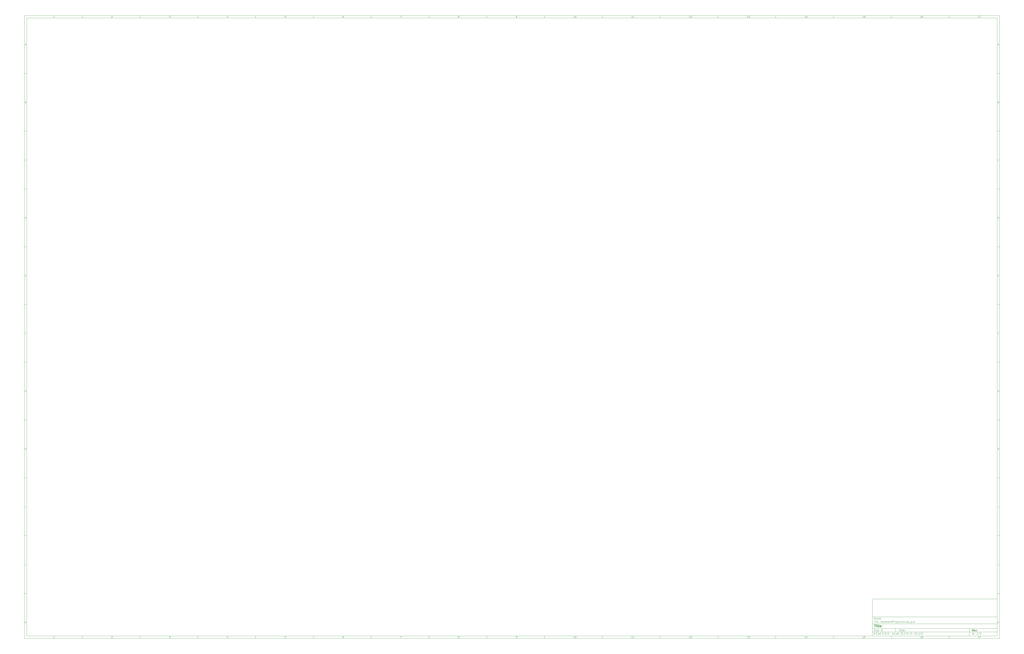
<source format=gbo>
G04 #@! TF.GenerationSoftware,KiCad,Pcbnew,(5.1.5-0-10_14)*
G04 #@! TF.CreationDate,2020-03-20T22:46:17-04:00*
G04 #@! TF.ProjectId,KeyboardProject,4b657962-6f61-4726-9450-726f6a656374,rev?*
G04 #@! TF.SameCoordinates,Original*
G04 #@! TF.FileFunction,Legend,Bot*
G04 #@! TF.FilePolarity,Positive*
%FSLAX46Y46*%
G04 Gerber Fmt 4.6, Leading zero omitted, Abs format (unit mm)*
G04 Created by KiCad (PCBNEW (5.1.5-0-10_14)) date 2020-03-20 22:46:17*
%MOMM*%
%LPD*%
G04 APERTURE LIST*
%ADD10C,0.100000*%
%ADD11C,0.150000*%
%ADD12C,0.300000*%
%ADD13C,0.400000*%
G04 APERTURE END LIST*
D10*
D11*
X743600000Y-514800000D02*
X743600000Y-546800000D01*
X851600000Y-546800000D01*
X851600000Y-514800000D01*
X743600000Y-514800000D01*
D10*
D11*
X10000000Y-10000000D02*
X10000000Y-548800000D01*
X853600000Y-548800000D01*
X853600000Y-10000000D01*
X10000000Y-10000000D01*
D10*
D11*
X12000000Y-12000000D02*
X12000000Y-546800000D01*
X851600000Y-546800000D01*
X851600000Y-12000000D01*
X12000000Y-12000000D01*
D10*
D11*
X60000000Y-12000000D02*
X60000000Y-10000000D01*
D10*
D11*
X110000000Y-12000000D02*
X110000000Y-10000000D01*
D10*
D11*
X160000000Y-12000000D02*
X160000000Y-10000000D01*
D10*
D11*
X210000000Y-12000000D02*
X210000000Y-10000000D01*
D10*
D11*
X260000000Y-12000000D02*
X260000000Y-10000000D01*
D10*
D11*
X310000000Y-12000000D02*
X310000000Y-10000000D01*
D10*
D11*
X360000000Y-12000000D02*
X360000000Y-10000000D01*
D10*
D11*
X410000000Y-12000000D02*
X410000000Y-10000000D01*
D10*
D11*
X460000000Y-12000000D02*
X460000000Y-10000000D01*
D10*
D11*
X510000000Y-12000000D02*
X510000000Y-10000000D01*
D10*
D11*
X560000000Y-12000000D02*
X560000000Y-10000000D01*
D10*
D11*
X610000000Y-12000000D02*
X610000000Y-10000000D01*
D10*
D11*
X660000000Y-12000000D02*
X660000000Y-10000000D01*
D10*
D11*
X710000000Y-12000000D02*
X710000000Y-10000000D01*
D10*
D11*
X760000000Y-12000000D02*
X760000000Y-10000000D01*
D10*
D11*
X810000000Y-12000000D02*
X810000000Y-10000000D01*
D10*
D11*
X36065476Y-11588095D02*
X35322619Y-11588095D01*
X35694047Y-11588095D02*
X35694047Y-10288095D01*
X35570238Y-10473809D01*
X35446428Y-10597619D01*
X35322619Y-10659523D01*
D10*
D11*
X85322619Y-10411904D02*
X85384523Y-10350000D01*
X85508333Y-10288095D01*
X85817857Y-10288095D01*
X85941666Y-10350000D01*
X86003571Y-10411904D01*
X86065476Y-10535714D01*
X86065476Y-10659523D01*
X86003571Y-10845238D01*
X85260714Y-11588095D01*
X86065476Y-11588095D01*
D10*
D11*
X135260714Y-10288095D02*
X136065476Y-10288095D01*
X135632142Y-10783333D01*
X135817857Y-10783333D01*
X135941666Y-10845238D01*
X136003571Y-10907142D01*
X136065476Y-11030952D01*
X136065476Y-11340476D01*
X136003571Y-11464285D01*
X135941666Y-11526190D01*
X135817857Y-11588095D01*
X135446428Y-11588095D01*
X135322619Y-11526190D01*
X135260714Y-11464285D01*
D10*
D11*
X185941666Y-10721428D02*
X185941666Y-11588095D01*
X185632142Y-10226190D02*
X185322619Y-11154761D01*
X186127380Y-11154761D01*
D10*
D11*
X236003571Y-10288095D02*
X235384523Y-10288095D01*
X235322619Y-10907142D01*
X235384523Y-10845238D01*
X235508333Y-10783333D01*
X235817857Y-10783333D01*
X235941666Y-10845238D01*
X236003571Y-10907142D01*
X236065476Y-11030952D01*
X236065476Y-11340476D01*
X236003571Y-11464285D01*
X235941666Y-11526190D01*
X235817857Y-11588095D01*
X235508333Y-11588095D01*
X235384523Y-11526190D01*
X235322619Y-11464285D01*
D10*
D11*
X285941666Y-10288095D02*
X285694047Y-10288095D01*
X285570238Y-10350000D01*
X285508333Y-10411904D01*
X285384523Y-10597619D01*
X285322619Y-10845238D01*
X285322619Y-11340476D01*
X285384523Y-11464285D01*
X285446428Y-11526190D01*
X285570238Y-11588095D01*
X285817857Y-11588095D01*
X285941666Y-11526190D01*
X286003571Y-11464285D01*
X286065476Y-11340476D01*
X286065476Y-11030952D01*
X286003571Y-10907142D01*
X285941666Y-10845238D01*
X285817857Y-10783333D01*
X285570238Y-10783333D01*
X285446428Y-10845238D01*
X285384523Y-10907142D01*
X285322619Y-11030952D01*
D10*
D11*
X335260714Y-10288095D02*
X336127380Y-10288095D01*
X335570238Y-11588095D01*
D10*
D11*
X385570238Y-10845238D02*
X385446428Y-10783333D01*
X385384523Y-10721428D01*
X385322619Y-10597619D01*
X385322619Y-10535714D01*
X385384523Y-10411904D01*
X385446428Y-10350000D01*
X385570238Y-10288095D01*
X385817857Y-10288095D01*
X385941666Y-10350000D01*
X386003571Y-10411904D01*
X386065476Y-10535714D01*
X386065476Y-10597619D01*
X386003571Y-10721428D01*
X385941666Y-10783333D01*
X385817857Y-10845238D01*
X385570238Y-10845238D01*
X385446428Y-10907142D01*
X385384523Y-10969047D01*
X385322619Y-11092857D01*
X385322619Y-11340476D01*
X385384523Y-11464285D01*
X385446428Y-11526190D01*
X385570238Y-11588095D01*
X385817857Y-11588095D01*
X385941666Y-11526190D01*
X386003571Y-11464285D01*
X386065476Y-11340476D01*
X386065476Y-11092857D01*
X386003571Y-10969047D01*
X385941666Y-10907142D01*
X385817857Y-10845238D01*
D10*
D11*
X435446428Y-11588095D02*
X435694047Y-11588095D01*
X435817857Y-11526190D01*
X435879761Y-11464285D01*
X436003571Y-11278571D01*
X436065476Y-11030952D01*
X436065476Y-10535714D01*
X436003571Y-10411904D01*
X435941666Y-10350000D01*
X435817857Y-10288095D01*
X435570238Y-10288095D01*
X435446428Y-10350000D01*
X435384523Y-10411904D01*
X435322619Y-10535714D01*
X435322619Y-10845238D01*
X435384523Y-10969047D01*
X435446428Y-11030952D01*
X435570238Y-11092857D01*
X435817857Y-11092857D01*
X435941666Y-11030952D01*
X436003571Y-10969047D01*
X436065476Y-10845238D01*
D10*
D11*
X486065476Y-11588095D02*
X485322619Y-11588095D01*
X485694047Y-11588095D02*
X485694047Y-10288095D01*
X485570238Y-10473809D01*
X485446428Y-10597619D01*
X485322619Y-10659523D01*
X486870238Y-10288095D02*
X486994047Y-10288095D01*
X487117857Y-10350000D01*
X487179761Y-10411904D01*
X487241666Y-10535714D01*
X487303571Y-10783333D01*
X487303571Y-11092857D01*
X487241666Y-11340476D01*
X487179761Y-11464285D01*
X487117857Y-11526190D01*
X486994047Y-11588095D01*
X486870238Y-11588095D01*
X486746428Y-11526190D01*
X486684523Y-11464285D01*
X486622619Y-11340476D01*
X486560714Y-11092857D01*
X486560714Y-10783333D01*
X486622619Y-10535714D01*
X486684523Y-10411904D01*
X486746428Y-10350000D01*
X486870238Y-10288095D01*
D10*
D11*
X536065476Y-11588095D02*
X535322619Y-11588095D01*
X535694047Y-11588095D02*
X535694047Y-10288095D01*
X535570238Y-10473809D01*
X535446428Y-10597619D01*
X535322619Y-10659523D01*
X537303571Y-11588095D02*
X536560714Y-11588095D01*
X536932142Y-11588095D02*
X536932142Y-10288095D01*
X536808333Y-10473809D01*
X536684523Y-10597619D01*
X536560714Y-10659523D01*
D10*
D11*
X586065476Y-11588095D02*
X585322619Y-11588095D01*
X585694047Y-11588095D02*
X585694047Y-10288095D01*
X585570238Y-10473809D01*
X585446428Y-10597619D01*
X585322619Y-10659523D01*
X586560714Y-10411904D02*
X586622619Y-10350000D01*
X586746428Y-10288095D01*
X587055952Y-10288095D01*
X587179761Y-10350000D01*
X587241666Y-10411904D01*
X587303571Y-10535714D01*
X587303571Y-10659523D01*
X587241666Y-10845238D01*
X586498809Y-11588095D01*
X587303571Y-11588095D01*
D10*
D11*
X636065476Y-11588095D02*
X635322619Y-11588095D01*
X635694047Y-11588095D02*
X635694047Y-10288095D01*
X635570238Y-10473809D01*
X635446428Y-10597619D01*
X635322619Y-10659523D01*
X636498809Y-10288095D02*
X637303571Y-10288095D01*
X636870238Y-10783333D01*
X637055952Y-10783333D01*
X637179761Y-10845238D01*
X637241666Y-10907142D01*
X637303571Y-11030952D01*
X637303571Y-11340476D01*
X637241666Y-11464285D01*
X637179761Y-11526190D01*
X637055952Y-11588095D01*
X636684523Y-11588095D01*
X636560714Y-11526190D01*
X636498809Y-11464285D01*
D10*
D11*
X686065476Y-11588095D02*
X685322619Y-11588095D01*
X685694047Y-11588095D02*
X685694047Y-10288095D01*
X685570238Y-10473809D01*
X685446428Y-10597619D01*
X685322619Y-10659523D01*
X687179761Y-10721428D02*
X687179761Y-11588095D01*
X686870238Y-10226190D02*
X686560714Y-11154761D01*
X687365476Y-11154761D01*
D10*
D11*
X736065476Y-11588095D02*
X735322619Y-11588095D01*
X735694047Y-11588095D02*
X735694047Y-10288095D01*
X735570238Y-10473809D01*
X735446428Y-10597619D01*
X735322619Y-10659523D01*
X737241666Y-10288095D02*
X736622619Y-10288095D01*
X736560714Y-10907142D01*
X736622619Y-10845238D01*
X736746428Y-10783333D01*
X737055952Y-10783333D01*
X737179761Y-10845238D01*
X737241666Y-10907142D01*
X737303571Y-11030952D01*
X737303571Y-11340476D01*
X737241666Y-11464285D01*
X737179761Y-11526190D01*
X737055952Y-11588095D01*
X736746428Y-11588095D01*
X736622619Y-11526190D01*
X736560714Y-11464285D01*
D10*
D11*
X786065476Y-11588095D02*
X785322619Y-11588095D01*
X785694047Y-11588095D02*
X785694047Y-10288095D01*
X785570238Y-10473809D01*
X785446428Y-10597619D01*
X785322619Y-10659523D01*
X787179761Y-10288095D02*
X786932142Y-10288095D01*
X786808333Y-10350000D01*
X786746428Y-10411904D01*
X786622619Y-10597619D01*
X786560714Y-10845238D01*
X786560714Y-11340476D01*
X786622619Y-11464285D01*
X786684523Y-11526190D01*
X786808333Y-11588095D01*
X787055952Y-11588095D01*
X787179761Y-11526190D01*
X787241666Y-11464285D01*
X787303571Y-11340476D01*
X787303571Y-11030952D01*
X787241666Y-10907142D01*
X787179761Y-10845238D01*
X787055952Y-10783333D01*
X786808333Y-10783333D01*
X786684523Y-10845238D01*
X786622619Y-10907142D01*
X786560714Y-11030952D01*
D10*
D11*
X836065476Y-11588095D02*
X835322619Y-11588095D01*
X835694047Y-11588095D02*
X835694047Y-10288095D01*
X835570238Y-10473809D01*
X835446428Y-10597619D01*
X835322619Y-10659523D01*
X836498809Y-10288095D02*
X837365476Y-10288095D01*
X836808333Y-11588095D01*
D10*
D11*
X60000000Y-546800000D02*
X60000000Y-548800000D01*
D10*
D11*
X110000000Y-546800000D02*
X110000000Y-548800000D01*
D10*
D11*
X160000000Y-546800000D02*
X160000000Y-548800000D01*
D10*
D11*
X210000000Y-546800000D02*
X210000000Y-548800000D01*
D10*
D11*
X260000000Y-546800000D02*
X260000000Y-548800000D01*
D10*
D11*
X310000000Y-546800000D02*
X310000000Y-548800000D01*
D10*
D11*
X360000000Y-546800000D02*
X360000000Y-548800000D01*
D10*
D11*
X410000000Y-546800000D02*
X410000000Y-548800000D01*
D10*
D11*
X460000000Y-546800000D02*
X460000000Y-548800000D01*
D10*
D11*
X510000000Y-546800000D02*
X510000000Y-548800000D01*
D10*
D11*
X560000000Y-546800000D02*
X560000000Y-548800000D01*
D10*
D11*
X610000000Y-546800000D02*
X610000000Y-548800000D01*
D10*
D11*
X660000000Y-546800000D02*
X660000000Y-548800000D01*
D10*
D11*
X710000000Y-546800000D02*
X710000000Y-548800000D01*
D10*
D11*
X760000000Y-546800000D02*
X760000000Y-548800000D01*
D10*
D11*
X810000000Y-546800000D02*
X810000000Y-548800000D01*
D10*
D11*
X36065476Y-548388095D02*
X35322619Y-548388095D01*
X35694047Y-548388095D02*
X35694047Y-547088095D01*
X35570238Y-547273809D01*
X35446428Y-547397619D01*
X35322619Y-547459523D01*
D10*
D11*
X85322619Y-547211904D02*
X85384523Y-547150000D01*
X85508333Y-547088095D01*
X85817857Y-547088095D01*
X85941666Y-547150000D01*
X86003571Y-547211904D01*
X86065476Y-547335714D01*
X86065476Y-547459523D01*
X86003571Y-547645238D01*
X85260714Y-548388095D01*
X86065476Y-548388095D01*
D10*
D11*
X135260714Y-547088095D02*
X136065476Y-547088095D01*
X135632142Y-547583333D01*
X135817857Y-547583333D01*
X135941666Y-547645238D01*
X136003571Y-547707142D01*
X136065476Y-547830952D01*
X136065476Y-548140476D01*
X136003571Y-548264285D01*
X135941666Y-548326190D01*
X135817857Y-548388095D01*
X135446428Y-548388095D01*
X135322619Y-548326190D01*
X135260714Y-548264285D01*
D10*
D11*
X185941666Y-547521428D02*
X185941666Y-548388095D01*
X185632142Y-547026190D02*
X185322619Y-547954761D01*
X186127380Y-547954761D01*
D10*
D11*
X236003571Y-547088095D02*
X235384523Y-547088095D01*
X235322619Y-547707142D01*
X235384523Y-547645238D01*
X235508333Y-547583333D01*
X235817857Y-547583333D01*
X235941666Y-547645238D01*
X236003571Y-547707142D01*
X236065476Y-547830952D01*
X236065476Y-548140476D01*
X236003571Y-548264285D01*
X235941666Y-548326190D01*
X235817857Y-548388095D01*
X235508333Y-548388095D01*
X235384523Y-548326190D01*
X235322619Y-548264285D01*
D10*
D11*
X285941666Y-547088095D02*
X285694047Y-547088095D01*
X285570238Y-547150000D01*
X285508333Y-547211904D01*
X285384523Y-547397619D01*
X285322619Y-547645238D01*
X285322619Y-548140476D01*
X285384523Y-548264285D01*
X285446428Y-548326190D01*
X285570238Y-548388095D01*
X285817857Y-548388095D01*
X285941666Y-548326190D01*
X286003571Y-548264285D01*
X286065476Y-548140476D01*
X286065476Y-547830952D01*
X286003571Y-547707142D01*
X285941666Y-547645238D01*
X285817857Y-547583333D01*
X285570238Y-547583333D01*
X285446428Y-547645238D01*
X285384523Y-547707142D01*
X285322619Y-547830952D01*
D10*
D11*
X335260714Y-547088095D02*
X336127380Y-547088095D01*
X335570238Y-548388095D01*
D10*
D11*
X385570238Y-547645238D02*
X385446428Y-547583333D01*
X385384523Y-547521428D01*
X385322619Y-547397619D01*
X385322619Y-547335714D01*
X385384523Y-547211904D01*
X385446428Y-547150000D01*
X385570238Y-547088095D01*
X385817857Y-547088095D01*
X385941666Y-547150000D01*
X386003571Y-547211904D01*
X386065476Y-547335714D01*
X386065476Y-547397619D01*
X386003571Y-547521428D01*
X385941666Y-547583333D01*
X385817857Y-547645238D01*
X385570238Y-547645238D01*
X385446428Y-547707142D01*
X385384523Y-547769047D01*
X385322619Y-547892857D01*
X385322619Y-548140476D01*
X385384523Y-548264285D01*
X385446428Y-548326190D01*
X385570238Y-548388095D01*
X385817857Y-548388095D01*
X385941666Y-548326190D01*
X386003571Y-548264285D01*
X386065476Y-548140476D01*
X386065476Y-547892857D01*
X386003571Y-547769047D01*
X385941666Y-547707142D01*
X385817857Y-547645238D01*
D10*
D11*
X435446428Y-548388095D02*
X435694047Y-548388095D01*
X435817857Y-548326190D01*
X435879761Y-548264285D01*
X436003571Y-548078571D01*
X436065476Y-547830952D01*
X436065476Y-547335714D01*
X436003571Y-547211904D01*
X435941666Y-547150000D01*
X435817857Y-547088095D01*
X435570238Y-547088095D01*
X435446428Y-547150000D01*
X435384523Y-547211904D01*
X435322619Y-547335714D01*
X435322619Y-547645238D01*
X435384523Y-547769047D01*
X435446428Y-547830952D01*
X435570238Y-547892857D01*
X435817857Y-547892857D01*
X435941666Y-547830952D01*
X436003571Y-547769047D01*
X436065476Y-547645238D01*
D10*
D11*
X486065476Y-548388095D02*
X485322619Y-548388095D01*
X485694047Y-548388095D02*
X485694047Y-547088095D01*
X485570238Y-547273809D01*
X485446428Y-547397619D01*
X485322619Y-547459523D01*
X486870238Y-547088095D02*
X486994047Y-547088095D01*
X487117857Y-547150000D01*
X487179761Y-547211904D01*
X487241666Y-547335714D01*
X487303571Y-547583333D01*
X487303571Y-547892857D01*
X487241666Y-548140476D01*
X487179761Y-548264285D01*
X487117857Y-548326190D01*
X486994047Y-548388095D01*
X486870238Y-548388095D01*
X486746428Y-548326190D01*
X486684523Y-548264285D01*
X486622619Y-548140476D01*
X486560714Y-547892857D01*
X486560714Y-547583333D01*
X486622619Y-547335714D01*
X486684523Y-547211904D01*
X486746428Y-547150000D01*
X486870238Y-547088095D01*
D10*
D11*
X536065476Y-548388095D02*
X535322619Y-548388095D01*
X535694047Y-548388095D02*
X535694047Y-547088095D01*
X535570238Y-547273809D01*
X535446428Y-547397619D01*
X535322619Y-547459523D01*
X537303571Y-548388095D02*
X536560714Y-548388095D01*
X536932142Y-548388095D02*
X536932142Y-547088095D01*
X536808333Y-547273809D01*
X536684523Y-547397619D01*
X536560714Y-547459523D01*
D10*
D11*
X586065476Y-548388095D02*
X585322619Y-548388095D01*
X585694047Y-548388095D02*
X585694047Y-547088095D01*
X585570238Y-547273809D01*
X585446428Y-547397619D01*
X585322619Y-547459523D01*
X586560714Y-547211904D02*
X586622619Y-547150000D01*
X586746428Y-547088095D01*
X587055952Y-547088095D01*
X587179761Y-547150000D01*
X587241666Y-547211904D01*
X587303571Y-547335714D01*
X587303571Y-547459523D01*
X587241666Y-547645238D01*
X586498809Y-548388095D01*
X587303571Y-548388095D01*
D10*
D11*
X636065476Y-548388095D02*
X635322619Y-548388095D01*
X635694047Y-548388095D02*
X635694047Y-547088095D01*
X635570238Y-547273809D01*
X635446428Y-547397619D01*
X635322619Y-547459523D01*
X636498809Y-547088095D02*
X637303571Y-547088095D01*
X636870238Y-547583333D01*
X637055952Y-547583333D01*
X637179761Y-547645238D01*
X637241666Y-547707142D01*
X637303571Y-547830952D01*
X637303571Y-548140476D01*
X637241666Y-548264285D01*
X637179761Y-548326190D01*
X637055952Y-548388095D01*
X636684523Y-548388095D01*
X636560714Y-548326190D01*
X636498809Y-548264285D01*
D10*
D11*
X686065476Y-548388095D02*
X685322619Y-548388095D01*
X685694047Y-548388095D02*
X685694047Y-547088095D01*
X685570238Y-547273809D01*
X685446428Y-547397619D01*
X685322619Y-547459523D01*
X687179761Y-547521428D02*
X687179761Y-548388095D01*
X686870238Y-547026190D02*
X686560714Y-547954761D01*
X687365476Y-547954761D01*
D10*
D11*
X736065476Y-548388095D02*
X735322619Y-548388095D01*
X735694047Y-548388095D02*
X735694047Y-547088095D01*
X735570238Y-547273809D01*
X735446428Y-547397619D01*
X735322619Y-547459523D01*
X737241666Y-547088095D02*
X736622619Y-547088095D01*
X736560714Y-547707142D01*
X736622619Y-547645238D01*
X736746428Y-547583333D01*
X737055952Y-547583333D01*
X737179761Y-547645238D01*
X737241666Y-547707142D01*
X737303571Y-547830952D01*
X737303571Y-548140476D01*
X737241666Y-548264285D01*
X737179761Y-548326190D01*
X737055952Y-548388095D01*
X736746428Y-548388095D01*
X736622619Y-548326190D01*
X736560714Y-548264285D01*
D10*
D11*
X786065476Y-548388095D02*
X785322619Y-548388095D01*
X785694047Y-548388095D02*
X785694047Y-547088095D01*
X785570238Y-547273809D01*
X785446428Y-547397619D01*
X785322619Y-547459523D01*
X787179761Y-547088095D02*
X786932142Y-547088095D01*
X786808333Y-547150000D01*
X786746428Y-547211904D01*
X786622619Y-547397619D01*
X786560714Y-547645238D01*
X786560714Y-548140476D01*
X786622619Y-548264285D01*
X786684523Y-548326190D01*
X786808333Y-548388095D01*
X787055952Y-548388095D01*
X787179761Y-548326190D01*
X787241666Y-548264285D01*
X787303571Y-548140476D01*
X787303571Y-547830952D01*
X787241666Y-547707142D01*
X787179761Y-547645238D01*
X787055952Y-547583333D01*
X786808333Y-547583333D01*
X786684523Y-547645238D01*
X786622619Y-547707142D01*
X786560714Y-547830952D01*
D10*
D11*
X836065476Y-548388095D02*
X835322619Y-548388095D01*
X835694047Y-548388095D02*
X835694047Y-547088095D01*
X835570238Y-547273809D01*
X835446428Y-547397619D01*
X835322619Y-547459523D01*
X836498809Y-547088095D02*
X837365476Y-547088095D01*
X836808333Y-548388095D01*
D10*
D11*
X10000000Y-60000000D02*
X12000000Y-60000000D01*
D10*
D11*
X10000000Y-110000000D02*
X12000000Y-110000000D01*
D10*
D11*
X10000000Y-160000000D02*
X12000000Y-160000000D01*
D10*
D11*
X10000000Y-210000000D02*
X12000000Y-210000000D01*
D10*
D11*
X10000000Y-260000000D02*
X12000000Y-260000000D01*
D10*
D11*
X10000000Y-310000000D02*
X12000000Y-310000000D01*
D10*
D11*
X10000000Y-360000000D02*
X12000000Y-360000000D01*
D10*
D11*
X10000000Y-410000000D02*
X12000000Y-410000000D01*
D10*
D11*
X10000000Y-460000000D02*
X12000000Y-460000000D01*
D10*
D11*
X10000000Y-510000000D02*
X12000000Y-510000000D01*
D10*
D11*
X10690476Y-35216666D02*
X11309523Y-35216666D01*
X10566666Y-35588095D02*
X11000000Y-34288095D01*
X11433333Y-35588095D01*
D10*
D11*
X11092857Y-84907142D02*
X11278571Y-84969047D01*
X11340476Y-85030952D01*
X11402380Y-85154761D01*
X11402380Y-85340476D01*
X11340476Y-85464285D01*
X11278571Y-85526190D01*
X11154761Y-85588095D01*
X10659523Y-85588095D01*
X10659523Y-84288095D01*
X11092857Y-84288095D01*
X11216666Y-84350000D01*
X11278571Y-84411904D01*
X11340476Y-84535714D01*
X11340476Y-84659523D01*
X11278571Y-84783333D01*
X11216666Y-84845238D01*
X11092857Y-84907142D01*
X10659523Y-84907142D01*
D10*
D11*
X11402380Y-135464285D02*
X11340476Y-135526190D01*
X11154761Y-135588095D01*
X11030952Y-135588095D01*
X10845238Y-135526190D01*
X10721428Y-135402380D01*
X10659523Y-135278571D01*
X10597619Y-135030952D01*
X10597619Y-134845238D01*
X10659523Y-134597619D01*
X10721428Y-134473809D01*
X10845238Y-134350000D01*
X11030952Y-134288095D01*
X11154761Y-134288095D01*
X11340476Y-134350000D01*
X11402380Y-134411904D01*
D10*
D11*
X10659523Y-185588095D02*
X10659523Y-184288095D01*
X10969047Y-184288095D01*
X11154761Y-184350000D01*
X11278571Y-184473809D01*
X11340476Y-184597619D01*
X11402380Y-184845238D01*
X11402380Y-185030952D01*
X11340476Y-185278571D01*
X11278571Y-185402380D01*
X11154761Y-185526190D01*
X10969047Y-185588095D01*
X10659523Y-185588095D01*
D10*
D11*
X10721428Y-234907142D02*
X11154761Y-234907142D01*
X11340476Y-235588095D02*
X10721428Y-235588095D01*
X10721428Y-234288095D01*
X11340476Y-234288095D01*
D10*
D11*
X11185714Y-284907142D02*
X10752380Y-284907142D01*
X10752380Y-285588095D02*
X10752380Y-284288095D01*
X11371428Y-284288095D01*
D10*
D11*
X11340476Y-334350000D02*
X11216666Y-334288095D01*
X11030952Y-334288095D01*
X10845238Y-334350000D01*
X10721428Y-334473809D01*
X10659523Y-334597619D01*
X10597619Y-334845238D01*
X10597619Y-335030952D01*
X10659523Y-335278571D01*
X10721428Y-335402380D01*
X10845238Y-335526190D01*
X11030952Y-335588095D01*
X11154761Y-335588095D01*
X11340476Y-335526190D01*
X11402380Y-335464285D01*
X11402380Y-335030952D01*
X11154761Y-335030952D01*
D10*
D11*
X10628571Y-385588095D02*
X10628571Y-384288095D01*
X10628571Y-384907142D02*
X11371428Y-384907142D01*
X11371428Y-385588095D02*
X11371428Y-384288095D01*
D10*
D11*
X11000000Y-435588095D02*
X11000000Y-434288095D01*
D10*
D11*
X11185714Y-484288095D02*
X11185714Y-485216666D01*
X11123809Y-485402380D01*
X11000000Y-485526190D01*
X10814285Y-485588095D01*
X10690476Y-485588095D01*
D10*
D11*
X10659523Y-535588095D02*
X10659523Y-534288095D01*
X11402380Y-535588095D02*
X10845238Y-534845238D01*
X11402380Y-534288095D02*
X10659523Y-535030952D01*
D10*
D11*
X853600000Y-60000000D02*
X851600000Y-60000000D01*
D10*
D11*
X853600000Y-110000000D02*
X851600000Y-110000000D01*
D10*
D11*
X853600000Y-160000000D02*
X851600000Y-160000000D01*
D10*
D11*
X853600000Y-210000000D02*
X851600000Y-210000000D01*
D10*
D11*
X853600000Y-260000000D02*
X851600000Y-260000000D01*
D10*
D11*
X853600000Y-310000000D02*
X851600000Y-310000000D01*
D10*
D11*
X853600000Y-360000000D02*
X851600000Y-360000000D01*
D10*
D11*
X853600000Y-410000000D02*
X851600000Y-410000000D01*
D10*
D11*
X853600000Y-460000000D02*
X851600000Y-460000000D01*
D10*
D11*
X853600000Y-510000000D02*
X851600000Y-510000000D01*
D10*
D11*
X852290476Y-35216666D02*
X852909523Y-35216666D01*
X852166666Y-35588095D02*
X852600000Y-34288095D01*
X853033333Y-35588095D01*
D10*
D11*
X852692857Y-84907142D02*
X852878571Y-84969047D01*
X852940476Y-85030952D01*
X853002380Y-85154761D01*
X853002380Y-85340476D01*
X852940476Y-85464285D01*
X852878571Y-85526190D01*
X852754761Y-85588095D01*
X852259523Y-85588095D01*
X852259523Y-84288095D01*
X852692857Y-84288095D01*
X852816666Y-84350000D01*
X852878571Y-84411904D01*
X852940476Y-84535714D01*
X852940476Y-84659523D01*
X852878571Y-84783333D01*
X852816666Y-84845238D01*
X852692857Y-84907142D01*
X852259523Y-84907142D01*
D10*
D11*
X853002380Y-135464285D02*
X852940476Y-135526190D01*
X852754761Y-135588095D01*
X852630952Y-135588095D01*
X852445238Y-135526190D01*
X852321428Y-135402380D01*
X852259523Y-135278571D01*
X852197619Y-135030952D01*
X852197619Y-134845238D01*
X852259523Y-134597619D01*
X852321428Y-134473809D01*
X852445238Y-134350000D01*
X852630952Y-134288095D01*
X852754761Y-134288095D01*
X852940476Y-134350000D01*
X853002380Y-134411904D01*
D10*
D11*
X852259523Y-185588095D02*
X852259523Y-184288095D01*
X852569047Y-184288095D01*
X852754761Y-184350000D01*
X852878571Y-184473809D01*
X852940476Y-184597619D01*
X853002380Y-184845238D01*
X853002380Y-185030952D01*
X852940476Y-185278571D01*
X852878571Y-185402380D01*
X852754761Y-185526190D01*
X852569047Y-185588095D01*
X852259523Y-185588095D01*
D10*
D11*
X852321428Y-234907142D02*
X852754761Y-234907142D01*
X852940476Y-235588095D02*
X852321428Y-235588095D01*
X852321428Y-234288095D01*
X852940476Y-234288095D01*
D10*
D11*
X852785714Y-284907142D02*
X852352380Y-284907142D01*
X852352380Y-285588095D02*
X852352380Y-284288095D01*
X852971428Y-284288095D01*
D10*
D11*
X852940476Y-334350000D02*
X852816666Y-334288095D01*
X852630952Y-334288095D01*
X852445238Y-334350000D01*
X852321428Y-334473809D01*
X852259523Y-334597619D01*
X852197619Y-334845238D01*
X852197619Y-335030952D01*
X852259523Y-335278571D01*
X852321428Y-335402380D01*
X852445238Y-335526190D01*
X852630952Y-335588095D01*
X852754761Y-335588095D01*
X852940476Y-335526190D01*
X853002380Y-335464285D01*
X853002380Y-335030952D01*
X852754761Y-335030952D01*
D10*
D11*
X852228571Y-385588095D02*
X852228571Y-384288095D01*
X852228571Y-384907142D02*
X852971428Y-384907142D01*
X852971428Y-385588095D02*
X852971428Y-384288095D01*
D10*
D11*
X852600000Y-435588095D02*
X852600000Y-434288095D01*
D10*
D11*
X852785714Y-484288095D02*
X852785714Y-485216666D01*
X852723809Y-485402380D01*
X852600000Y-485526190D01*
X852414285Y-485588095D01*
X852290476Y-485588095D01*
D10*
D11*
X852259523Y-535588095D02*
X852259523Y-534288095D01*
X853002380Y-535588095D02*
X852445238Y-534845238D01*
X853002380Y-534288095D02*
X852259523Y-535030952D01*
D10*
D11*
X767032142Y-542578571D02*
X767032142Y-541078571D01*
X767389285Y-541078571D01*
X767603571Y-541150000D01*
X767746428Y-541292857D01*
X767817857Y-541435714D01*
X767889285Y-541721428D01*
X767889285Y-541935714D01*
X767817857Y-542221428D01*
X767746428Y-542364285D01*
X767603571Y-542507142D01*
X767389285Y-542578571D01*
X767032142Y-542578571D01*
X769175000Y-542578571D02*
X769175000Y-541792857D01*
X769103571Y-541650000D01*
X768960714Y-541578571D01*
X768675000Y-541578571D01*
X768532142Y-541650000D01*
X769175000Y-542507142D02*
X769032142Y-542578571D01*
X768675000Y-542578571D01*
X768532142Y-542507142D01*
X768460714Y-542364285D01*
X768460714Y-542221428D01*
X768532142Y-542078571D01*
X768675000Y-542007142D01*
X769032142Y-542007142D01*
X769175000Y-541935714D01*
X769675000Y-541578571D02*
X770246428Y-541578571D01*
X769889285Y-541078571D02*
X769889285Y-542364285D01*
X769960714Y-542507142D01*
X770103571Y-542578571D01*
X770246428Y-542578571D01*
X771317857Y-542507142D02*
X771175000Y-542578571D01*
X770889285Y-542578571D01*
X770746428Y-542507142D01*
X770675000Y-542364285D01*
X770675000Y-541792857D01*
X770746428Y-541650000D01*
X770889285Y-541578571D01*
X771175000Y-541578571D01*
X771317857Y-541650000D01*
X771389285Y-541792857D01*
X771389285Y-541935714D01*
X770675000Y-542078571D01*
X772032142Y-542435714D02*
X772103571Y-542507142D01*
X772032142Y-542578571D01*
X771960714Y-542507142D01*
X772032142Y-542435714D01*
X772032142Y-542578571D01*
X772032142Y-541650000D02*
X772103571Y-541721428D01*
X772032142Y-541792857D01*
X771960714Y-541721428D01*
X772032142Y-541650000D01*
X772032142Y-541792857D01*
D10*
D11*
X743600000Y-543300000D02*
X851600000Y-543300000D01*
D10*
D11*
X745032142Y-545378571D02*
X745032142Y-543878571D01*
X745889285Y-545378571D02*
X745246428Y-544521428D01*
X745889285Y-543878571D02*
X745032142Y-544735714D01*
X746532142Y-545378571D02*
X746532142Y-544378571D01*
X746532142Y-543878571D02*
X746460714Y-543950000D01*
X746532142Y-544021428D01*
X746603571Y-543950000D01*
X746532142Y-543878571D01*
X746532142Y-544021428D01*
X748103571Y-545235714D02*
X748032142Y-545307142D01*
X747817857Y-545378571D01*
X747675000Y-545378571D01*
X747460714Y-545307142D01*
X747317857Y-545164285D01*
X747246428Y-545021428D01*
X747175000Y-544735714D01*
X747175000Y-544521428D01*
X747246428Y-544235714D01*
X747317857Y-544092857D01*
X747460714Y-543950000D01*
X747675000Y-543878571D01*
X747817857Y-543878571D01*
X748032142Y-543950000D01*
X748103571Y-544021428D01*
X749389285Y-545378571D02*
X749389285Y-544592857D01*
X749317857Y-544450000D01*
X749175000Y-544378571D01*
X748889285Y-544378571D01*
X748746428Y-544450000D01*
X749389285Y-545307142D02*
X749246428Y-545378571D01*
X748889285Y-545378571D01*
X748746428Y-545307142D01*
X748675000Y-545164285D01*
X748675000Y-545021428D01*
X748746428Y-544878571D01*
X748889285Y-544807142D01*
X749246428Y-544807142D01*
X749389285Y-544735714D01*
X750746428Y-545378571D02*
X750746428Y-543878571D01*
X750746428Y-545307142D02*
X750603571Y-545378571D01*
X750317857Y-545378571D01*
X750175000Y-545307142D01*
X750103571Y-545235714D01*
X750032142Y-545092857D01*
X750032142Y-544664285D01*
X750103571Y-544521428D01*
X750175000Y-544450000D01*
X750317857Y-544378571D01*
X750603571Y-544378571D01*
X750746428Y-544450000D01*
X752603571Y-544592857D02*
X753103571Y-544592857D01*
X753317857Y-545378571D02*
X752603571Y-545378571D01*
X752603571Y-543878571D01*
X753317857Y-543878571D01*
X753960714Y-545235714D02*
X754032142Y-545307142D01*
X753960714Y-545378571D01*
X753889285Y-545307142D01*
X753960714Y-545235714D01*
X753960714Y-545378571D01*
X754675000Y-545378571D02*
X754675000Y-543878571D01*
X755032142Y-543878571D01*
X755246428Y-543950000D01*
X755389285Y-544092857D01*
X755460714Y-544235714D01*
X755532142Y-544521428D01*
X755532142Y-544735714D01*
X755460714Y-545021428D01*
X755389285Y-545164285D01*
X755246428Y-545307142D01*
X755032142Y-545378571D01*
X754675000Y-545378571D01*
X756175000Y-545235714D02*
X756246428Y-545307142D01*
X756175000Y-545378571D01*
X756103571Y-545307142D01*
X756175000Y-545235714D01*
X756175000Y-545378571D01*
X756817857Y-544950000D02*
X757532142Y-544950000D01*
X756675000Y-545378571D02*
X757175000Y-543878571D01*
X757675000Y-545378571D01*
X758175000Y-545235714D02*
X758246428Y-545307142D01*
X758175000Y-545378571D01*
X758103571Y-545307142D01*
X758175000Y-545235714D01*
X758175000Y-545378571D01*
X761175000Y-545378571D02*
X761175000Y-543878571D01*
X761317857Y-544807142D02*
X761746428Y-545378571D01*
X761746428Y-544378571D02*
X761175000Y-544950000D01*
X762389285Y-545378571D02*
X762389285Y-544378571D01*
X762389285Y-543878571D02*
X762317857Y-543950000D01*
X762389285Y-544021428D01*
X762460714Y-543950000D01*
X762389285Y-543878571D01*
X762389285Y-544021428D01*
X763746428Y-545307142D02*
X763603571Y-545378571D01*
X763317857Y-545378571D01*
X763175000Y-545307142D01*
X763103571Y-545235714D01*
X763032142Y-545092857D01*
X763032142Y-544664285D01*
X763103571Y-544521428D01*
X763175000Y-544450000D01*
X763317857Y-544378571D01*
X763603571Y-544378571D01*
X763746428Y-544450000D01*
X765032142Y-545378571D02*
X765032142Y-544592857D01*
X764960714Y-544450000D01*
X764817857Y-544378571D01*
X764532142Y-544378571D01*
X764389285Y-544450000D01*
X765032142Y-545307142D02*
X764889285Y-545378571D01*
X764532142Y-545378571D01*
X764389285Y-545307142D01*
X764317857Y-545164285D01*
X764317857Y-545021428D01*
X764389285Y-544878571D01*
X764532142Y-544807142D01*
X764889285Y-544807142D01*
X765032142Y-544735714D01*
X766389285Y-545378571D02*
X766389285Y-543878571D01*
X766389285Y-545307142D02*
X766246428Y-545378571D01*
X765960714Y-545378571D01*
X765817857Y-545307142D01*
X765746428Y-545235714D01*
X765675000Y-545092857D01*
X765675000Y-544664285D01*
X765746428Y-544521428D01*
X765817857Y-544450000D01*
X765960714Y-544378571D01*
X766246428Y-544378571D01*
X766389285Y-544450000D01*
X768675000Y-545950000D02*
X768603571Y-545878571D01*
X768460714Y-545664285D01*
X768389285Y-545521428D01*
X768317857Y-545307142D01*
X768246428Y-544950000D01*
X768246428Y-544664285D01*
X768317857Y-544307142D01*
X768389285Y-544092857D01*
X768460714Y-543950000D01*
X768603571Y-543735714D01*
X768675000Y-543664285D01*
X769960714Y-543878571D02*
X769246428Y-543878571D01*
X769175000Y-544592857D01*
X769246428Y-544521428D01*
X769389285Y-544450000D01*
X769746428Y-544450000D01*
X769889285Y-544521428D01*
X769960714Y-544592857D01*
X770032142Y-544735714D01*
X770032142Y-545092857D01*
X769960714Y-545235714D01*
X769889285Y-545307142D01*
X769746428Y-545378571D01*
X769389285Y-545378571D01*
X769246428Y-545307142D01*
X769175000Y-545235714D01*
X770675000Y-545235714D02*
X770746428Y-545307142D01*
X770675000Y-545378571D01*
X770603571Y-545307142D01*
X770675000Y-545235714D01*
X770675000Y-545378571D01*
X772175000Y-545378571D02*
X771317857Y-545378571D01*
X771746428Y-545378571D02*
X771746428Y-543878571D01*
X771603571Y-544092857D01*
X771460714Y-544235714D01*
X771317857Y-544307142D01*
X772817857Y-545235714D02*
X772889285Y-545307142D01*
X772817857Y-545378571D01*
X772746428Y-545307142D01*
X772817857Y-545235714D01*
X772817857Y-545378571D01*
X774246428Y-543878571D02*
X773532142Y-543878571D01*
X773460714Y-544592857D01*
X773532142Y-544521428D01*
X773675000Y-544450000D01*
X774032142Y-544450000D01*
X774175000Y-544521428D01*
X774246428Y-544592857D01*
X774317857Y-544735714D01*
X774317857Y-545092857D01*
X774246428Y-545235714D01*
X774175000Y-545307142D01*
X774032142Y-545378571D01*
X773675000Y-545378571D01*
X773532142Y-545307142D01*
X773460714Y-545235714D01*
X774960714Y-544807142D02*
X776103571Y-544807142D01*
X777103571Y-543878571D02*
X777246428Y-543878571D01*
X777389285Y-543950000D01*
X777460714Y-544021428D01*
X777532142Y-544164285D01*
X777603571Y-544450000D01*
X777603571Y-544807142D01*
X777532142Y-545092857D01*
X777460714Y-545235714D01*
X777389285Y-545307142D01*
X777246428Y-545378571D01*
X777103571Y-545378571D01*
X776960714Y-545307142D01*
X776889285Y-545235714D01*
X776817857Y-545092857D01*
X776746428Y-544807142D01*
X776746428Y-544450000D01*
X776817857Y-544164285D01*
X776889285Y-544021428D01*
X776960714Y-543950000D01*
X777103571Y-543878571D01*
X778246428Y-544807142D02*
X779389285Y-544807142D01*
X780889285Y-545378571D02*
X780032142Y-545378571D01*
X780460714Y-545378571D02*
X780460714Y-543878571D01*
X780317857Y-544092857D01*
X780175000Y-544235714D01*
X780032142Y-544307142D01*
X781817857Y-543878571D02*
X781960714Y-543878571D01*
X782103571Y-543950000D01*
X782175000Y-544021428D01*
X782246428Y-544164285D01*
X782317857Y-544450000D01*
X782317857Y-544807142D01*
X782246428Y-545092857D01*
X782175000Y-545235714D01*
X782103571Y-545307142D01*
X781960714Y-545378571D01*
X781817857Y-545378571D01*
X781675000Y-545307142D01*
X781603571Y-545235714D01*
X781532142Y-545092857D01*
X781460714Y-544807142D01*
X781460714Y-544450000D01*
X781532142Y-544164285D01*
X781603571Y-544021428D01*
X781675000Y-543950000D01*
X781817857Y-543878571D01*
X782603571Y-545521428D02*
X783746428Y-545521428D01*
X784889285Y-545378571D02*
X784032142Y-545378571D01*
X784460714Y-545378571D02*
X784460714Y-543878571D01*
X784317857Y-544092857D01*
X784175000Y-544235714D01*
X784032142Y-544307142D01*
X786175000Y-544378571D02*
X786175000Y-545378571D01*
X785817857Y-543807142D02*
X785460714Y-544878571D01*
X786389285Y-544878571D01*
X786817857Y-545950000D02*
X786889285Y-545878571D01*
X787032142Y-545664285D01*
X787103571Y-545521428D01*
X787175000Y-545307142D01*
X787246428Y-544950000D01*
X787246428Y-544664285D01*
X787175000Y-544307142D01*
X787103571Y-544092857D01*
X787032142Y-543950000D01*
X786889285Y-543735714D01*
X786817857Y-543664285D01*
D10*
D11*
X743600000Y-540300000D02*
X851600000Y-540300000D01*
D10*
D12*
X831009285Y-542578571D02*
X830509285Y-541864285D01*
X830152142Y-542578571D02*
X830152142Y-541078571D01*
X830723571Y-541078571D01*
X830866428Y-541150000D01*
X830937857Y-541221428D01*
X831009285Y-541364285D01*
X831009285Y-541578571D01*
X830937857Y-541721428D01*
X830866428Y-541792857D01*
X830723571Y-541864285D01*
X830152142Y-541864285D01*
X832223571Y-542507142D02*
X832080714Y-542578571D01*
X831795000Y-542578571D01*
X831652142Y-542507142D01*
X831580714Y-542364285D01*
X831580714Y-541792857D01*
X831652142Y-541650000D01*
X831795000Y-541578571D01*
X832080714Y-541578571D01*
X832223571Y-541650000D01*
X832295000Y-541792857D01*
X832295000Y-541935714D01*
X831580714Y-542078571D01*
X832795000Y-541578571D02*
X833152142Y-542578571D01*
X833509285Y-541578571D01*
X834080714Y-542435714D02*
X834152142Y-542507142D01*
X834080714Y-542578571D01*
X834009285Y-542507142D01*
X834080714Y-542435714D01*
X834080714Y-542578571D01*
X834080714Y-541650000D02*
X834152142Y-541721428D01*
X834080714Y-541792857D01*
X834009285Y-541721428D01*
X834080714Y-541650000D01*
X834080714Y-541792857D01*
D10*
D11*
X744960714Y-542507142D02*
X745175000Y-542578571D01*
X745532142Y-542578571D01*
X745675000Y-542507142D01*
X745746428Y-542435714D01*
X745817857Y-542292857D01*
X745817857Y-542150000D01*
X745746428Y-542007142D01*
X745675000Y-541935714D01*
X745532142Y-541864285D01*
X745246428Y-541792857D01*
X745103571Y-541721428D01*
X745032142Y-541650000D01*
X744960714Y-541507142D01*
X744960714Y-541364285D01*
X745032142Y-541221428D01*
X745103571Y-541150000D01*
X745246428Y-541078571D01*
X745603571Y-541078571D01*
X745817857Y-541150000D01*
X746460714Y-542578571D02*
X746460714Y-541578571D01*
X746460714Y-541078571D02*
X746389285Y-541150000D01*
X746460714Y-541221428D01*
X746532142Y-541150000D01*
X746460714Y-541078571D01*
X746460714Y-541221428D01*
X747032142Y-541578571D02*
X747817857Y-541578571D01*
X747032142Y-542578571D01*
X747817857Y-542578571D01*
X748960714Y-542507142D02*
X748817857Y-542578571D01*
X748532142Y-542578571D01*
X748389285Y-542507142D01*
X748317857Y-542364285D01*
X748317857Y-541792857D01*
X748389285Y-541650000D01*
X748532142Y-541578571D01*
X748817857Y-541578571D01*
X748960714Y-541650000D01*
X749032142Y-541792857D01*
X749032142Y-541935714D01*
X748317857Y-542078571D01*
X749675000Y-542435714D02*
X749746428Y-542507142D01*
X749675000Y-542578571D01*
X749603571Y-542507142D01*
X749675000Y-542435714D01*
X749675000Y-542578571D01*
X749675000Y-541650000D02*
X749746428Y-541721428D01*
X749675000Y-541792857D01*
X749603571Y-541721428D01*
X749675000Y-541650000D01*
X749675000Y-541792857D01*
X751532142Y-542578571D02*
X751532142Y-541078571D01*
X751889285Y-541078571D01*
X752103571Y-541150000D01*
X752246428Y-541292857D01*
X752317857Y-541435714D01*
X752389285Y-541721428D01*
X752389285Y-541935714D01*
X752317857Y-542221428D01*
X752246428Y-542364285D01*
X752103571Y-542507142D01*
X751889285Y-542578571D01*
X751532142Y-542578571D01*
D10*
D11*
X830032142Y-545378571D02*
X830032142Y-543878571D01*
X831389285Y-545378571D02*
X831389285Y-543878571D01*
X831389285Y-545307142D02*
X831246428Y-545378571D01*
X830960714Y-545378571D01*
X830817857Y-545307142D01*
X830746428Y-545235714D01*
X830675000Y-545092857D01*
X830675000Y-544664285D01*
X830746428Y-544521428D01*
X830817857Y-544450000D01*
X830960714Y-544378571D01*
X831246428Y-544378571D01*
X831389285Y-544450000D01*
X832103571Y-545235714D02*
X832175000Y-545307142D01*
X832103571Y-545378571D01*
X832032142Y-545307142D01*
X832103571Y-545235714D01*
X832103571Y-545378571D01*
X832103571Y-544450000D02*
X832175000Y-544521428D01*
X832103571Y-544592857D01*
X832032142Y-544521428D01*
X832103571Y-544450000D01*
X832103571Y-544592857D01*
X834746428Y-545378571D02*
X833889285Y-545378571D01*
X834317857Y-545378571D02*
X834317857Y-543878571D01*
X834175000Y-544092857D01*
X834032142Y-544235714D01*
X833889285Y-544307142D01*
X836460714Y-543807142D02*
X835175000Y-545735714D01*
X837746428Y-545378571D02*
X836889285Y-545378571D01*
X837317857Y-545378571D02*
X837317857Y-543878571D01*
X837175000Y-544092857D01*
X837032142Y-544235714D01*
X836889285Y-544307142D01*
D10*
D11*
X743600000Y-536300000D02*
X851600000Y-536300000D01*
D10*
D13*
X745312380Y-537004761D02*
X746455238Y-537004761D01*
X745633809Y-539004761D02*
X745883809Y-537004761D01*
X746871904Y-539004761D02*
X747038571Y-537671428D01*
X747121904Y-537004761D02*
X747014761Y-537100000D01*
X747098095Y-537195238D01*
X747205238Y-537100000D01*
X747121904Y-537004761D01*
X747098095Y-537195238D01*
X747705238Y-537671428D02*
X748467142Y-537671428D01*
X748074285Y-537004761D02*
X747860000Y-538719047D01*
X747931428Y-538909523D01*
X748110000Y-539004761D01*
X748300476Y-539004761D01*
X749252857Y-539004761D02*
X749074285Y-538909523D01*
X749002857Y-538719047D01*
X749217142Y-537004761D01*
X750788571Y-538909523D02*
X750586190Y-539004761D01*
X750205238Y-539004761D01*
X750026666Y-538909523D01*
X749955238Y-538719047D01*
X750050476Y-537957142D01*
X750169523Y-537766666D01*
X750371904Y-537671428D01*
X750752857Y-537671428D01*
X750931428Y-537766666D01*
X751002857Y-537957142D01*
X750979047Y-538147619D01*
X750002857Y-538338095D01*
X751752857Y-538814285D02*
X751836190Y-538909523D01*
X751729047Y-539004761D01*
X751645714Y-538909523D01*
X751752857Y-538814285D01*
X751729047Y-539004761D01*
X751883809Y-537766666D02*
X751967142Y-537861904D01*
X751860000Y-537957142D01*
X751776666Y-537861904D01*
X751883809Y-537766666D01*
X751860000Y-537957142D01*
D10*
D11*
X745532142Y-534392857D02*
X745032142Y-534392857D01*
X745032142Y-535178571D02*
X745032142Y-533678571D01*
X745746428Y-533678571D01*
X746317857Y-535178571D02*
X746317857Y-534178571D01*
X746317857Y-533678571D02*
X746246428Y-533750000D01*
X746317857Y-533821428D01*
X746389285Y-533750000D01*
X746317857Y-533678571D01*
X746317857Y-533821428D01*
X747246428Y-535178571D02*
X747103571Y-535107142D01*
X747032142Y-534964285D01*
X747032142Y-533678571D01*
X748389285Y-535107142D02*
X748246428Y-535178571D01*
X747960714Y-535178571D01*
X747817857Y-535107142D01*
X747746428Y-534964285D01*
X747746428Y-534392857D01*
X747817857Y-534250000D01*
X747960714Y-534178571D01*
X748246428Y-534178571D01*
X748389285Y-534250000D01*
X748460714Y-534392857D01*
X748460714Y-534535714D01*
X747746428Y-534678571D01*
X749103571Y-535035714D02*
X749175000Y-535107142D01*
X749103571Y-535178571D01*
X749032142Y-535107142D01*
X749103571Y-535035714D01*
X749103571Y-535178571D01*
X749103571Y-534250000D02*
X749175000Y-534321428D01*
X749103571Y-534392857D01*
X749032142Y-534321428D01*
X749103571Y-534250000D01*
X749103571Y-534392857D01*
X750960714Y-535178571D02*
X750960714Y-533678571D01*
X751817857Y-535178571D02*
X751175000Y-534321428D01*
X751817857Y-533678571D02*
X750960714Y-534535714D01*
X753032142Y-535107142D02*
X752889285Y-535178571D01*
X752603571Y-535178571D01*
X752460714Y-535107142D01*
X752389285Y-534964285D01*
X752389285Y-534392857D01*
X752460714Y-534250000D01*
X752603571Y-534178571D01*
X752889285Y-534178571D01*
X753032142Y-534250000D01*
X753103571Y-534392857D01*
X753103571Y-534535714D01*
X752389285Y-534678571D01*
X753603571Y-534178571D02*
X753960714Y-535178571D01*
X754317857Y-534178571D02*
X753960714Y-535178571D01*
X753817857Y-535535714D01*
X753746428Y-535607142D01*
X753603571Y-535678571D01*
X754889285Y-535178571D02*
X754889285Y-533678571D01*
X754889285Y-534250000D02*
X755032142Y-534178571D01*
X755317857Y-534178571D01*
X755460714Y-534250000D01*
X755532142Y-534321428D01*
X755603571Y-534464285D01*
X755603571Y-534892857D01*
X755532142Y-535035714D01*
X755460714Y-535107142D01*
X755317857Y-535178571D01*
X755032142Y-535178571D01*
X754889285Y-535107142D01*
X756460714Y-535178571D02*
X756317857Y-535107142D01*
X756246428Y-535035714D01*
X756175000Y-534892857D01*
X756175000Y-534464285D01*
X756246428Y-534321428D01*
X756317857Y-534250000D01*
X756460714Y-534178571D01*
X756675000Y-534178571D01*
X756817857Y-534250000D01*
X756889285Y-534321428D01*
X756960714Y-534464285D01*
X756960714Y-534892857D01*
X756889285Y-535035714D01*
X756817857Y-535107142D01*
X756675000Y-535178571D01*
X756460714Y-535178571D01*
X758246428Y-535178571D02*
X758246428Y-534392857D01*
X758175000Y-534250000D01*
X758032142Y-534178571D01*
X757746428Y-534178571D01*
X757603571Y-534250000D01*
X758246428Y-535107142D02*
X758103571Y-535178571D01*
X757746428Y-535178571D01*
X757603571Y-535107142D01*
X757532142Y-534964285D01*
X757532142Y-534821428D01*
X757603571Y-534678571D01*
X757746428Y-534607142D01*
X758103571Y-534607142D01*
X758246428Y-534535714D01*
X758960714Y-535178571D02*
X758960714Y-534178571D01*
X758960714Y-534464285D02*
X759032142Y-534321428D01*
X759103571Y-534250000D01*
X759246428Y-534178571D01*
X759389285Y-534178571D01*
X760532142Y-535178571D02*
X760532142Y-533678571D01*
X760532142Y-535107142D02*
X760389285Y-535178571D01*
X760103571Y-535178571D01*
X759960714Y-535107142D01*
X759889285Y-535035714D01*
X759817857Y-534892857D01*
X759817857Y-534464285D01*
X759889285Y-534321428D01*
X759960714Y-534250000D01*
X760103571Y-534178571D01*
X760389285Y-534178571D01*
X760532142Y-534250000D01*
X761246428Y-535178571D02*
X761246428Y-533678571D01*
X761817857Y-533678571D01*
X761960714Y-533750000D01*
X762032142Y-533821428D01*
X762103571Y-533964285D01*
X762103571Y-534178571D01*
X762032142Y-534321428D01*
X761960714Y-534392857D01*
X761817857Y-534464285D01*
X761246428Y-534464285D01*
X762746428Y-535178571D02*
X762746428Y-534178571D01*
X762746428Y-534464285D02*
X762817857Y-534321428D01*
X762889285Y-534250000D01*
X763032142Y-534178571D01*
X763175000Y-534178571D01*
X763889285Y-535178571D02*
X763746428Y-535107142D01*
X763675000Y-535035714D01*
X763603571Y-534892857D01*
X763603571Y-534464285D01*
X763675000Y-534321428D01*
X763746428Y-534250000D01*
X763889285Y-534178571D01*
X764103571Y-534178571D01*
X764246428Y-534250000D01*
X764317857Y-534321428D01*
X764389285Y-534464285D01*
X764389285Y-534892857D01*
X764317857Y-535035714D01*
X764246428Y-535107142D01*
X764103571Y-535178571D01*
X763889285Y-535178571D01*
X765032142Y-534178571D02*
X765032142Y-535464285D01*
X764960714Y-535607142D01*
X764817857Y-535678571D01*
X764746428Y-535678571D01*
X765032142Y-533678571D02*
X764960714Y-533750000D01*
X765032142Y-533821428D01*
X765103571Y-533750000D01*
X765032142Y-533678571D01*
X765032142Y-533821428D01*
X766317857Y-535107142D02*
X766175000Y-535178571D01*
X765889285Y-535178571D01*
X765746428Y-535107142D01*
X765675000Y-534964285D01*
X765675000Y-534392857D01*
X765746428Y-534250000D01*
X765889285Y-534178571D01*
X766175000Y-534178571D01*
X766317857Y-534250000D01*
X766389285Y-534392857D01*
X766389285Y-534535714D01*
X765675000Y-534678571D01*
X767675000Y-535107142D02*
X767532142Y-535178571D01*
X767246428Y-535178571D01*
X767103571Y-535107142D01*
X767032142Y-535035714D01*
X766960714Y-534892857D01*
X766960714Y-534464285D01*
X767032142Y-534321428D01*
X767103571Y-534250000D01*
X767246428Y-534178571D01*
X767532142Y-534178571D01*
X767675000Y-534250000D01*
X768103571Y-534178571D02*
X768675000Y-534178571D01*
X768317857Y-533678571D02*
X768317857Y-534964285D01*
X768389285Y-535107142D01*
X768532142Y-535178571D01*
X768675000Y-535178571D01*
X769175000Y-535035714D02*
X769246428Y-535107142D01*
X769175000Y-535178571D01*
X769103571Y-535107142D01*
X769175000Y-535035714D01*
X769175000Y-535178571D01*
X769889285Y-535178571D02*
X769889285Y-533678571D01*
X770032142Y-534607142D02*
X770460714Y-535178571D01*
X770460714Y-534178571D02*
X769889285Y-534750000D01*
X771103571Y-535178571D02*
X771103571Y-534178571D01*
X771103571Y-533678571D02*
X771032142Y-533750000D01*
X771103571Y-533821428D01*
X771175000Y-533750000D01*
X771103571Y-533678571D01*
X771103571Y-533821428D01*
X772460714Y-535107142D02*
X772317857Y-535178571D01*
X772032142Y-535178571D01*
X771889285Y-535107142D01*
X771817857Y-535035714D01*
X771746428Y-534892857D01*
X771746428Y-534464285D01*
X771817857Y-534321428D01*
X771889285Y-534250000D01*
X772032142Y-534178571D01*
X772317857Y-534178571D01*
X772460714Y-534250000D01*
X773746428Y-535178571D02*
X773746428Y-534392857D01*
X773675000Y-534250000D01*
X773532142Y-534178571D01*
X773246428Y-534178571D01*
X773103571Y-534250000D01*
X773746428Y-535107142D02*
X773603571Y-535178571D01*
X773246428Y-535178571D01*
X773103571Y-535107142D01*
X773032142Y-534964285D01*
X773032142Y-534821428D01*
X773103571Y-534678571D01*
X773246428Y-534607142D01*
X773603571Y-534607142D01*
X773746428Y-534535714D01*
X775103571Y-535178571D02*
X775103571Y-533678571D01*
X775103571Y-535107142D02*
X774960714Y-535178571D01*
X774675000Y-535178571D01*
X774532142Y-535107142D01*
X774460714Y-535035714D01*
X774389285Y-534892857D01*
X774389285Y-534464285D01*
X774460714Y-534321428D01*
X774532142Y-534250000D01*
X774675000Y-534178571D01*
X774960714Y-534178571D01*
X775103571Y-534250000D01*
X775460714Y-535321428D02*
X776603571Y-535321428D01*
X776960714Y-534178571D02*
X776960714Y-535678571D01*
X776960714Y-534250000D02*
X777103571Y-534178571D01*
X777389285Y-534178571D01*
X777532142Y-534250000D01*
X777603571Y-534321428D01*
X777675000Y-534464285D01*
X777675000Y-534892857D01*
X777603571Y-535035714D01*
X777532142Y-535107142D01*
X777389285Y-535178571D01*
X777103571Y-535178571D01*
X776960714Y-535107142D01*
X778960714Y-535107142D02*
X778817857Y-535178571D01*
X778532142Y-535178571D01*
X778389285Y-535107142D01*
X778317857Y-535035714D01*
X778246428Y-534892857D01*
X778246428Y-534464285D01*
X778317857Y-534321428D01*
X778389285Y-534250000D01*
X778532142Y-534178571D01*
X778817857Y-534178571D01*
X778960714Y-534250000D01*
X779603571Y-535178571D02*
X779603571Y-533678571D01*
X779603571Y-534250000D02*
X779746428Y-534178571D01*
X780032142Y-534178571D01*
X780175000Y-534250000D01*
X780246428Y-534321428D01*
X780317857Y-534464285D01*
X780317857Y-534892857D01*
X780246428Y-535035714D01*
X780175000Y-535107142D01*
X780032142Y-535178571D01*
X779746428Y-535178571D01*
X779603571Y-535107142D01*
D10*
D11*
X743600000Y-530300000D02*
X851600000Y-530300000D01*
D10*
D11*
X744960714Y-532407142D02*
X745175000Y-532478571D01*
X745532142Y-532478571D01*
X745675000Y-532407142D01*
X745746428Y-532335714D01*
X745817857Y-532192857D01*
X745817857Y-532050000D01*
X745746428Y-531907142D01*
X745675000Y-531835714D01*
X745532142Y-531764285D01*
X745246428Y-531692857D01*
X745103571Y-531621428D01*
X745032142Y-531550000D01*
X744960714Y-531407142D01*
X744960714Y-531264285D01*
X745032142Y-531121428D01*
X745103571Y-531050000D01*
X745246428Y-530978571D01*
X745603571Y-530978571D01*
X745817857Y-531050000D01*
X746460714Y-532478571D02*
X746460714Y-530978571D01*
X747103571Y-532478571D02*
X747103571Y-531692857D01*
X747032142Y-531550000D01*
X746889285Y-531478571D01*
X746675000Y-531478571D01*
X746532142Y-531550000D01*
X746460714Y-531621428D01*
X748389285Y-532407142D02*
X748246428Y-532478571D01*
X747960714Y-532478571D01*
X747817857Y-532407142D01*
X747746428Y-532264285D01*
X747746428Y-531692857D01*
X747817857Y-531550000D01*
X747960714Y-531478571D01*
X748246428Y-531478571D01*
X748389285Y-531550000D01*
X748460714Y-531692857D01*
X748460714Y-531835714D01*
X747746428Y-531978571D01*
X749675000Y-532407142D02*
X749532142Y-532478571D01*
X749246428Y-532478571D01*
X749103571Y-532407142D01*
X749032142Y-532264285D01*
X749032142Y-531692857D01*
X749103571Y-531550000D01*
X749246428Y-531478571D01*
X749532142Y-531478571D01*
X749675000Y-531550000D01*
X749746428Y-531692857D01*
X749746428Y-531835714D01*
X749032142Y-531978571D01*
X750175000Y-531478571D02*
X750746428Y-531478571D01*
X750389285Y-530978571D02*
X750389285Y-532264285D01*
X750460714Y-532407142D01*
X750603571Y-532478571D01*
X750746428Y-532478571D01*
X751246428Y-532335714D02*
X751317857Y-532407142D01*
X751246428Y-532478571D01*
X751175000Y-532407142D01*
X751246428Y-532335714D01*
X751246428Y-532478571D01*
X751246428Y-531550000D02*
X751317857Y-531621428D01*
X751246428Y-531692857D01*
X751175000Y-531621428D01*
X751246428Y-531550000D01*
X751246428Y-531692857D01*
D10*
D11*
X763600000Y-540300000D02*
X763600000Y-543300000D01*
D10*
D11*
X827600000Y-540300000D02*
X827600000Y-546800000D01*
M02*

</source>
